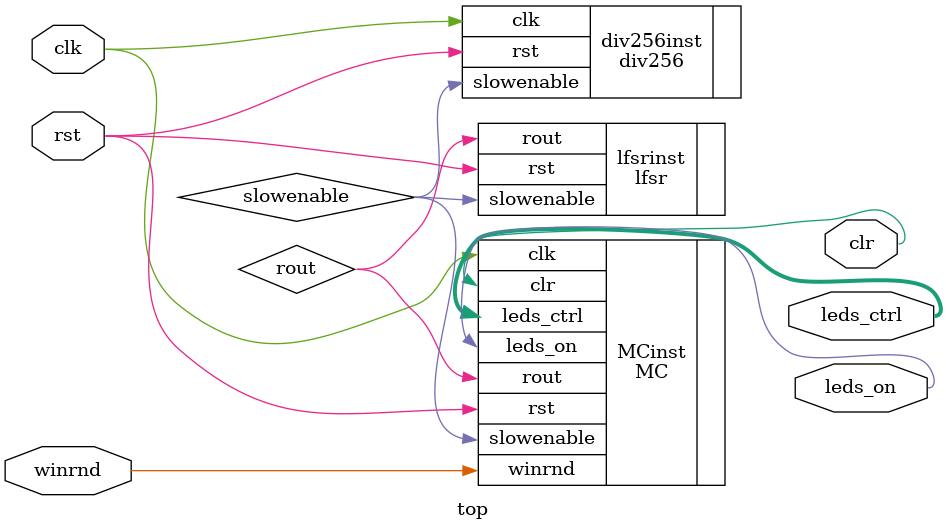
<source format=v>
module top(clk, rst, clr, winrnd, leds_on, leds_ctrl);

	input clk, rst, winrnd;
	output leds_on, clr;
	output [1:0]leds_ctrl;
	wire slowenable, rout;
	//divider object
	div256 div256inst(.clk(clk), .rst(rst), .slowenable(slowenable));
	//shift register object
	lfsr lfsrinst(.slowenable(slowenable), .rst(rst), .rout(rout)); 
	//master controller object
	MC MCinst(.slowenable(slowenable), .rout(rout), .winrnd(winrnd), .clk(clk), .rst(rst), .leds_on(leds_on), .leds_ctrl(leds_ctrl), .clr(clr));
	
	
endmodule
</source>
